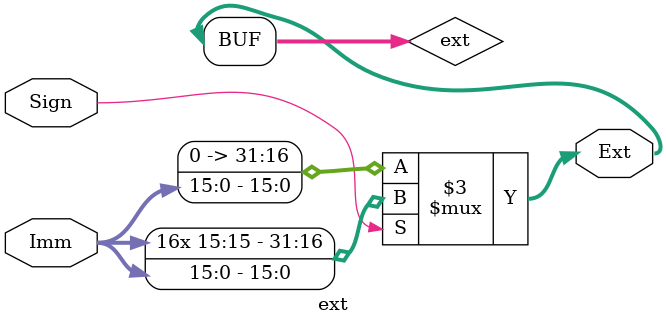
<source format=v>




module ext(Imm,Sign,Ext);
  input [15:0]Imm;
  input Sign;
  output [31:0]Ext;
  
  reg [31:0]ext;
  
  assign Ext=ext;
  
  always@ (Imm or Sign)
  begin
    if(Sign)
      ext<={ {16{Imm[15]}},Imm};
    else
      ext<={16'b0,Imm};
  end
endmodule
</source>
